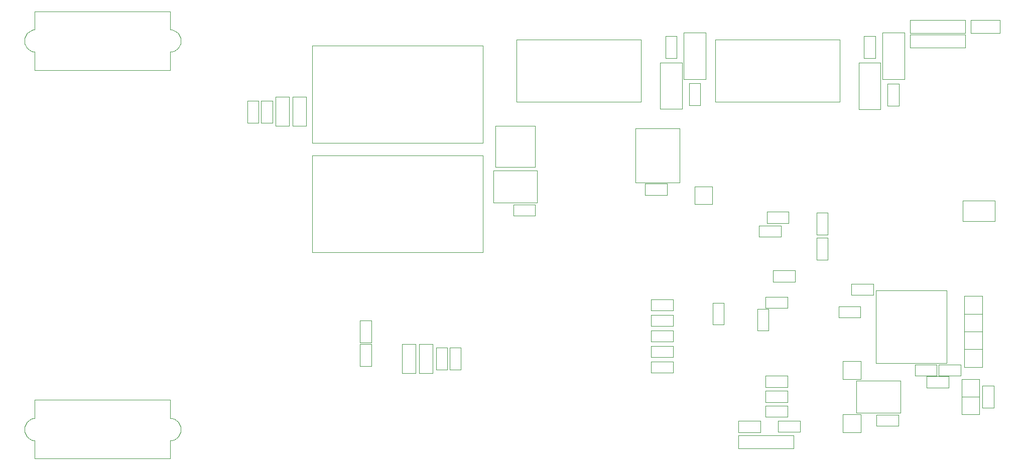
<source format=gbr>
G04 #@! TF.GenerationSoftware,KiCad,Pcbnew,5.1.4*
G04 #@! TF.CreationDate,2019-10-29T22:11:30-03:00*
G04 #@! TF.ProjectId,MCB19,4d434231-392e-46b6-9963-61645f706362,rev?*
G04 #@! TF.SameCoordinates,Original*
G04 #@! TF.FileFunction,Other,User*
%FSLAX46Y46*%
G04 Gerber Fmt 4.6, Leading zero omitted, Abs format (unit mm)*
G04 Created by KiCad (PCBNEW 5.1.4) date 2019-10-29 22:11:30*
%MOMM*%
%LPD*%
G04 APERTURE LIST*
%ADD10C,0.050000*%
G04 APERTURE END LIST*
D10*
X64960000Y-124450000D02*
X65360000Y-125250000D01*
X65360000Y-122750000D02*
X64960000Y-123550000D01*
X66410000Y-122150000D02*
X66660000Y-122150000D01*
X66060000Y-122250000D02*
X66410000Y-122150000D01*
X65360000Y-122750000D02*
X66060000Y-122250000D01*
X64960000Y-124450000D02*
X64960000Y-123550000D01*
X66060000Y-125750000D02*
X65360000Y-125250000D01*
X66410000Y-125850000D02*
X66060000Y-125750000D01*
X66660000Y-125850000D02*
X66410000Y-125850000D01*
X90860000Y-122750000D02*
X91260000Y-123550000D01*
X90160000Y-122250000D02*
X90860000Y-122750000D01*
X89810000Y-122150000D02*
X90160000Y-122250000D01*
X89560000Y-122150000D02*
X89810000Y-122150000D01*
X90160000Y-125750000D02*
X89810000Y-125850000D01*
X90860000Y-125250000D02*
X90160000Y-125750000D01*
X91260000Y-124450000D02*
X90860000Y-125250000D01*
X91260000Y-123550000D02*
X91260000Y-124450000D01*
X89560000Y-125850000D02*
X89810000Y-125850000D01*
X89560000Y-122150000D02*
X89560000Y-119050000D01*
X89560000Y-125850000D02*
X89560000Y-128950000D01*
X66660000Y-125850000D02*
X66660000Y-128950000D01*
X66660000Y-128950000D02*
X89560000Y-128950000D01*
X89560000Y-119050000D02*
X66660000Y-119050000D01*
X66660000Y-119050000D02*
X66660000Y-122150000D01*
X91260000Y-57960000D02*
X90860000Y-57160000D01*
X90860000Y-59660000D02*
X91260000Y-58860000D01*
X89810000Y-60260000D02*
X89560000Y-60260000D01*
X90160000Y-60160000D02*
X89810000Y-60260000D01*
X90860000Y-59660000D02*
X90160000Y-60160000D01*
X91260000Y-57960000D02*
X91260000Y-58860000D01*
X90160000Y-56660000D02*
X90860000Y-57160000D01*
X89810000Y-56560000D02*
X90160000Y-56660000D01*
X89560000Y-56560000D02*
X89810000Y-56560000D01*
X65360000Y-59660000D02*
X64960000Y-58860000D01*
X66060000Y-60160000D02*
X65360000Y-59660000D01*
X66410000Y-60260000D02*
X66060000Y-60160000D01*
X66660000Y-60260000D02*
X66410000Y-60260000D01*
X66060000Y-56660000D02*
X66410000Y-56560000D01*
X65360000Y-57160000D02*
X66060000Y-56660000D01*
X64960000Y-57960000D02*
X65360000Y-57160000D01*
X64960000Y-58860000D02*
X64960000Y-57960000D01*
X66660000Y-56560000D02*
X66410000Y-56560000D01*
X66660000Y-60260000D02*
X66660000Y-63360000D01*
X66660000Y-56560000D02*
X66660000Y-53460000D01*
X89560000Y-56560000D02*
X89560000Y-53460000D01*
X89560000Y-53460000D02*
X66660000Y-53460000D01*
X66660000Y-63360000D02*
X89560000Y-63360000D01*
X89560000Y-63360000D02*
X89560000Y-60260000D01*
X134354999Y-110230000D02*
X134354999Y-113930000D01*
X136254999Y-110230000D02*
X134354999Y-110230000D01*
X136254999Y-113930000D02*
X136254999Y-110230000D01*
X134354999Y-113930000D02*
X136254999Y-113930000D01*
X136650000Y-110230000D02*
X136650000Y-113930000D01*
X138550000Y-110230000D02*
X136650000Y-110230000D01*
X138550000Y-113930000D02*
X138550000Y-110230000D01*
X136650000Y-113930000D02*
X138550000Y-113930000D01*
X128680000Y-109600000D02*
X128680000Y-114500000D01*
X130920000Y-109600000D02*
X128680000Y-109600000D01*
X130920000Y-114500000D02*
X130920000Y-109600000D01*
X128680000Y-114500000D02*
X130920000Y-114500000D01*
X131550000Y-109600000D02*
X131550000Y-114500000D01*
X133790000Y-109600000D02*
X131550000Y-109600000D01*
X133790000Y-114500000D02*
X133790000Y-109600000D01*
X131550000Y-114500000D02*
X133790000Y-114500000D01*
X106755001Y-72240000D02*
X106755001Y-68540000D01*
X104855001Y-72240000D02*
X106755001Y-72240000D01*
X104855001Y-68540000D02*
X104855001Y-72240000D01*
X106755001Y-68540000D02*
X104855001Y-68540000D01*
X104460000Y-72240000D02*
X104460000Y-68540000D01*
X102560000Y-72240000D02*
X104460000Y-72240000D01*
X102560000Y-68540000D02*
X102560000Y-72240000D01*
X104460000Y-68540000D02*
X102560000Y-68540000D01*
X109560000Y-72790000D02*
X109560000Y-67890000D01*
X107320000Y-72790000D02*
X109560000Y-72790000D01*
X107320000Y-67890000D02*
X107320000Y-72790000D01*
X109560000Y-67890000D02*
X107320000Y-67890000D01*
X112430000Y-72790000D02*
X112430000Y-67890000D01*
X110190000Y-72790000D02*
X112430000Y-72790000D01*
X110190000Y-67890000D02*
X110190000Y-72790000D01*
X112430000Y-67890000D02*
X110190000Y-67890000D01*
X144050000Y-80300000D02*
X151450000Y-80300000D01*
X144050000Y-85700000D02*
X144050000Y-80300000D01*
X151450000Y-85700000D02*
X144050000Y-85700000D01*
X151450000Y-80300000D02*
X151450000Y-85700000D01*
X151100000Y-72800000D02*
X144400000Y-72800000D01*
X151100000Y-79700000D02*
X151100000Y-72800000D01*
X144400000Y-79700000D02*
X151100000Y-79700000D01*
X144400000Y-72800000D02*
X144400000Y-79700000D01*
X208579000Y-112866000D02*
X208579000Y-100566000D01*
X220479000Y-112866000D02*
X220479000Y-100566000D01*
X208579000Y-112866000D02*
X220479000Y-112866000D01*
X208579000Y-100566000D02*
X220479000Y-100566000D01*
X174325000Y-107300000D02*
X170625000Y-107300000D01*
X174325000Y-109200000D02*
X174325000Y-107300000D01*
X170625000Y-109200000D02*
X174325000Y-109200000D01*
X170625000Y-107300000D02*
X170625000Y-109200000D01*
X169625000Y-84450000D02*
X173325000Y-84450000D01*
X169625000Y-82550000D02*
X169625000Y-84450000D01*
X173325000Y-82550000D02*
X169625000Y-82550000D01*
X173325000Y-84450000D02*
X173325000Y-82550000D01*
X147400000Y-87950000D02*
X151100000Y-87950000D01*
X147400000Y-86050000D02*
X147400000Y-87950000D01*
X151100000Y-86050000D02*
X147400000Y-86050000D01*
X151100000Y-87950000D02*
X151100000Y-86050000D01*
X113500000Y-59250000D02*
X142280000Y-59250000D01*
X142280000Y-59250000D02*
X142280000Y-75650000D01*
X142280000Y-75650000D02*
X113500000Y-75650000D01*
X113500000Y-75650000D02*
X113500000Y-59250000D01*
X113500000Y-77750000D02*
X142280000Y-77750000D01*
X142280000Y-77750000D02*
X142280000Y-94150000D01*
X142280000Y-94150000D02*
X113500000Y-94150000D01*
X113500000Y-94150000D02*
X113500000Y-77750000D01*
X175450000Y-82330000D02*
X168050000Y-82330000D01*
X175450000Y-73170000D02*
X175450000Y-82330000D01*
X168050000Y-73170000D02*
X175450000Y-73170000D01*
X168050000Y-82330000D02*
X168050000Y-73170000D01*
X121550000Y-109625000D02*
X121550000Y-113325000D01*
X123450000Y-109625000D02*
X121550000Y-109625000D01*
X123450000Y-113325000D02*
X123450000Y-109625000D01*
X121550000Y-113325000D02*
X123450000Y-113325000D01*
X123450000Y-109350000D02*
X123450000Y-105650000D01*
X121550000Y-109350000D02*
X123450000Y-109350000D01*
X121550000Y-105650000D02*
X121550000Y-109350000D01*
X123450000Y-105650000D02*
X121550000Y-105650000D01*
X174325000Y-104675000D02*
X170625000Y-104675000D01*
X174325000Y-106575000D02*
X174325000Y-104675000D01*
X170625000Y-106575000D02*
X174325000Y-106575000D01*
X170625000Y-104675000D02*
X170625000Y-106575000D01*
X170625000Y-114450000D02*
X174325000Y-114450000D01*
X170625000Y-112550000D02*
X170625000Y-114450000D01*
X174325000Y-112550000D02*
X170625000Y-112550000D01*
X174325000Y-114450000D02*
X174325000Y-112550000D01*
X174325000Y-102050000D02*
X170625000Y-102050000D01*
X174325000Y-103950000D02*
X174325000Y-102050000D01*
X170625000Y-103950000D02*
X174325000Y-103950000D01*
X170625000Y-102050000D02*
X170625000Y-103950000D01*
X170625000Y-111825000D02*
X174325000Y-111825000D01*
X170625000Y-109925000D02*
X170625000Y-111825000D01*
X174325000Y-109925000D02*
X170625000Y-109925000D01*
X174325000Y-111825000D02*
X174325000Y-109925000D01*
X210550000Y-65675000D02*
X210550000Y-69375000D01*
X212450000Y-65675000D02*
X210550000Y-65675000D01*
X212450000Y-69375000D02*
X212450000Y-65675000D01*
X210550000Y-69375000D02*
X212450000Y-69375000D01*
X208450000Y-57650000D02*
X206550000Y-57650000D01*
X206550000Y-57650000D02*
X206550000Y-61350000D01*
X206550000Y-61350000D02*
X208450000Y-61350000D01*
X208450000Y-61350000D02*
X208450000Y-57650000D01*
X205650000Y-62130000D02*
X205650000Y-69970000D01*
X209350000Y-62130000D02*
X205650000Y-62130000D01*
X209350000Y-69970000D02*
X209350000Y-62130000D01*
X205650000Y-69970000D02*
X209350000Y-69970000D01*
X213350000Y-57030000D02*
X209650000Y-57030000D01*
X209650000Y-57030000D02*
X209650000Y-64870000D01*
X209650000Y-64870000D02*
X213350000Y-64870000D01*
X213350000Y-64870000D02*
X213350000Y-57030000D01*
X214350000Y-59600000D02*
X223650000Y-59600000D01*
X223650000Y-59600000D02*
X223650000Y-57400000D01*
X223650000Y-57400000D02*
X214350000Y-57400000D01*
X214350000Y-57400000D02*
X214350000Y-59600000D01*
X181474000Y-58250000D02*
X202434000Y-58250000D01*
X202434000Y-58250000D02*
X202434000Y-68750000D01*
X202434000Y-68750000D02*
X181474000Y-68750000D01*
X181474000Y-68750000D02*
X181474000Y-58250000D01*
X193650000Y-121900000D02*
X193650000Y-120000000D01*
X193650000Y-120000000D02*
X189950000Y-120000000D01*
X189950000Y-120000000D02*
X189950000Y-121900000D01*
X189950000Y-121900000D02*
X193650000Y-121900000D01*
X198550000Y-95375000D02*
X200450000Y-95375000D01*
X200450000Y-95375000D02*
X200450000Y-91675000D01*
X200450000Y-91675000D02*
X198550000Y-91675000D01*
X198550000Y-91675000D02*
X198550000Y-95375000D01*
X193850000Y-89200000D02*
X193850000Y-87300000D01*
X193850000Y-87300000D02*
X190150000Y-87300000D01*
X190150000Y-87300000D02*
X190150000Y-89200000D01*
X190150000Y-89200000D02*
X193850000Y-89200000D01*
X188825000Y-89600000D02*
X188825000Y-91500000D01*
X188825000Y-91500000D02*
X192525000Y-91500000D01*
X192525000Y-91500000D02*
X192525000Y-89600000D01*
X192525000Y-89600000D02*
X188825000Y-89600000D01*
X179850000Y-57030000D02*
X176150000Y-57030000D01*
X176150000Y-57030000D02*
X176150000Y-64870000D01*
X176150000Y-64870000D02*
X179850000Y-64870000D01*
X179850000Y-64870000D02*
X179850000Y-57030000D01*
X172150000Y-62080000D02*
X172150000Y-69920000D01*
X175850000Y-62080000D02*
X172150000Y-62080000D01*
X175850000Y-69920000D02*
X175850000Y-62080000D01*
X172150000Y-69920000D02*
X175850000Y-69920000D01*
X147974000Y-68750000D02*
X147974000Y-58250000D01*
X168934000Y-68750000D02*
X147974000Y-68750000D01*
X168934000Y-58250000D02*
X168934000Y-68750000D01*
X147974000Y-58250000D02*
X168934000Y-58250000D01*
X223250000Y-85400000D02*
X223250000Y-88900000D01*
X228650000Y-85400000D02*
X223250000Y-85400000D01*
X228650000Y-88900000D02*
X228650000Y-85400000D01*
X223250000Y-88900000D02*
X228650000Y-88900000D01*
X224550000Y-54880000D02*
X224550000Y-57120000D01*
X224550000Y-57120000D02*
X229450000Y-57120000D01*
X229450000Y-57120000D02*
X229450000Y-54880000D01*
X229450000Y-54880000D02*
X224550000Y-54880000D01*
X200450000Y-87415000D02*
X198550000Y-87415000D01*
X198550000Y-87415000D02*
X198550000Y-91115000D01*
X198550000Y-91115000D02*
X200450000Y-91115000D01*
X200450000Y-91115000D02*
X200450000Y-87415000D01*
X218850000Y-114950000D02*
X218850000Y-113050000D01*
X218850000Y-113050000D02*
X215150000Y-113050000D01*
X215150000Y-113050000D02*
X215150000Y-114950000D01*
X215150000Y-114950000D02*
X218850000Y-114950000D01*
X205974000Y-105126000D02*
X205974000Y-103226000D01*
X205974000Y-103226000D02*
X202274000Y-103226000D01*
X202274000Y-103226000D02*
X202274000Y-105126000D01*
X202274000Y-105126000D02*
X205974000Y-105126000D01*
X204424000Y-99416000D02*
X204424000Y-101316000D01*
X204424000Y-101316000D02*
X208124000Y-101316000D01*
X208124000Y-101316000D02*
X208124000Y-99416000D01*
X208124000Y-99416000D02*
X204424000Y-99416000D01*
X220850000Y-116950000D02*
X220850000Y-115050000D01*
X220850000Y-115050000D02*
X217150000Y-115050000D01*
X217150000Y-115050000D02*
X217150000Y-116950000D01*
X217150000Y-116950000D02*
X220850000Y-116950000D01*
X188550000Y-107350000D02*
X190450000Y-107350000D01*
X190450000Y-107350000D02*
X190450000Y-103650000D01*
X190450000Y-103650000D02*
X188550000Y-103650000D01*
X188550000Y-103650000D02*
X188550000Y-107350000D01*
X181050000Y-106350000D02*
X182950000Y-106350000D01*
X182950000Y-106350000D02*
X182950000Y-102650000D01*
X182950000Y-102650000D02*
X181050000Y-102650000D01*
X181050000Y-102650000D02*
X181050000Y-106350000D01*
X191246000Y-97174000D02*
X191246000Y-99074000D01*
X191246000Y-99074000D02*
X194946000Y-99074000D01*
X194946000Y-99074000D02*
X194946000Y-97174000D01*
X194946000Y-97174000D02*
X191246000Y-97174000D01*
X193676000Y-103519000D02*
X193676000Y-101619000D01*
X193676000Y-101619000D02*
X189976000Y-101619000D01*
X189976000Y-101619000D02*
X189976000Y-103519000D01*
X189976000Y-103519000D02*
X193676000Y-103519000D01*
X189100000Y-124500000D02*
X189100000Y-122600000D01*
X189100000Y-122600000D02*
X185400000Y-122600000D01*
X185400000Y-122600000D02*
X185400000Y-124500000D01*
X185400000Y-124500000D02*
X189100000Y-124500000D01*
X174950000Y-57650000D02*
X173050000Y-57650000D01*
X173050000Y-57650000D02*
X173050000Y-61350000D01*
X173050000Y-61350000D02*
X174950000Y-61350000D01*
X174950000Y-61350000D02*
X174950000Y-57650000D01*
X177050000Y-69325000D02*
X178950000Y-69325000D01*
X178950000Y-69325000D02*
X178950000Y-65625000D01*
X178950000Y-65625000D02*
X177050000Y-65625000D01*
X177050000Y-65625000D02*
X177050000Y-69325000D01*
X194700000Y-125050000D02*
X185400000Y-125050000D01*
X185400000Y-125050000D02*
X185400000Y-127250000D01*
X185400000Y-127250000D02*
X194700000Y-127250000D01*
X194700000Y-127250000D02*
X194700000Y-125050000D01*
X214350000Y-57100000D02*
X223650000Y-57100000D01*
X223650000Y-57100000D02*
X223650000Y-54900000D01*
X223650000Y-54900000D02*
X214350000Y-54900000D01*
X214350000Y-54900000D02*
X214350000Y-57100000D01*
X205270000Y-121200000D02*
X205270000Y-115800000D01*
X212730000Y-121200000D02*
X212730000Y-115800000D01*
X205270000Y-121200000D02*
X212730000Y-121200000D01*
X205270000Y-115800000D02*
X212730000Y-115800000D01*
X219150000Y-113050000D02*
X219150000Y-114950000D01*
X219150000Y-114950000D02*
X222850000Y-114950000D01*
X222850000Y-114950000D02*
X222850000Y-113050000D01*
X222850000Y-113050000D02*
X219150000Y-113050000D01*
X212350000Y-123450000D02*
X212350000Y-121550000D01*
X212350000Y-121550000D02*
X208650000Y-121550000D01*
X208650000Y-121550000D02*
X208650000Y-123450000D01*
X208650000Y-123450000D02*
X212350000Y-123450000D01*
X228450000Y-116650000D02*
X226550000Y-116650000D01*
X226550000Y-116650000D02*
X226550000Y-120350000D01*
X226550000Y-120350000D02*
X228450000Y-120350000D01*
X228450000Y-120350000D02*
X228450000Y-116650000D01*
X192070000Y-122550000D02*
X192070000Y-124450000D01*
X192070000Y-124450000D02*
X195770000Y-124450000D01*
X195770000Y-124450000D02*
X195770000Y-122550000D01*
X195770000Y-122550000D02*
X192070000Y-122550000D01*
X189976000Y-117494000D02*
X189976000Y-119394000D01*
X189976000Y-119394000D02*
X193676000Y-119394000D01*
X193676000Y-119394000D02*
X193676000Y-117494000D01*
X193676000Y-117494000D02*
X189976000Y-117494000D01*
X189976000Y-114954000D02*
X189976000Y-116854000D01*
X189976000Y-116854000D02*
X193676000Y-116854000D01*
X193676000Y-116854000D02*
X193676000Y-114954000D01*
X193676000Y-114954000D02*
X189976000Y-114954000D01*
X223500000Y-110500000D02*
X223500000Y-113500000D01*
X223500000Y-110500000D02*
X226500000Y-110500000D01*
X226500000Y-113500000D02*
X223500000Y-113500000D01*
X226500000Y-113500000D02*
X226500000Y-110500000D01*
X223500000Y-101500000D02*
X223500000Y-104500000D01*
X223500000Y-101500000D02*
X226500000Y-101500000D01*
X226500000Y-104500000D02*
X223500000Y-104500000D01*
X226500000Y-104500000D02*
X226500000Y-101500000D01*
X226000000Y-118500000D02*
X223000000Y-118500000D01*
X226000000Y-118500000D02*
X226000000Y-121500000D01*
X223000000Y-121500000D02*
X223000000Y-118500000D01*
X223000000Y-121500000D02*
X226000000Y-121500000D01*
X223000000Y-118500000D02*
X226000000Y-118500000D01*
X223000000Y-118500000D02*
X223000000Y-115500000D01*
X226000000Y-115500000D02*
X226000000Y-118500000D01*
X226000000Y-115500000D02*
X223000000Y-115500000D01*
X178000000Y-86000000D02*
X181000000Y-86000000D01*
X178000000Y-86000000D02*
X178000000Y-83000000D01*
X181000000Y-83000000D02*
X181000000Y-86000000D01*
X181000000Y-83000000D02*
X178000000Y-83000000D01*
X203000000Y-121500000D02*
X203000000Y-124500000D01*
X203000000Y-121500000D02*
X206000000Y-121500000D01*
X206000000Y-124500000D02*
X203000000Y-124500000D01*
X206000000Y-124500000D02*
X206000000Y-121500000D01*
X223500000Y-104500000D02*
X223500000Y-107500000D01*
X223500000Y-104500000D02*
X226500000Y-104500000D01*
X226500000Y-107500000D02*
X223500000Y-107500000D01*
X226500000Y-107500000D02*
X226500000Y-104500000D01*
X223500000Y-107500000D02*
X223500000Y-110500000D01*
X223500000Y-107500000D02*
X226500000Y-107500000D01*
X226500000Y-110500000D02*
X223500000Y-110500000D01*
X226500000Y-110500000D02*
X226500000Y-107500000D01*
X203000000Y-112500000D02*
X203000000Y-115500000D01*
X203000000Y-112500000D02*
X206000000Y-112500000D01*
X206000000Y-115500000D02*
X203000000Y-115500000D01*
X206000000Y-115500000D02*
X206000000Y-112500000D01*
M02*

</source>
